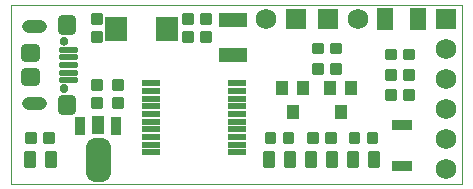
<source format=gts>
G75*
%MOIN*%
%OFA0B0*%
%FSLAX25Y25*%
%IPPOS*%
%LPD*%
%AMOC8*
5,1,8,0,0,1.08239X$1,22.5*
%
%ADD10C,0.00000*%
%ADD11R,0.06306X0.01975*%
%ADD12C,0.04400*%
%ADD13C,0.00950*%
%ADD14C,0.02950*%
%ADD15C,0.03153*%
%ADD16C,0.02900*%
%ADD17R,0.07093X0.03550*%
%ADD18C,0.00975*%
%ADD19R,0.09400X0.04900*%
%ADD20R,0.05400X0.07400*%
%ADD21R,0.06900X0.06900*%
%ADD22C,0.06900*%
%ADD23R,0.03550X0.05912*%
%ADD24C,0.06300*%
%ADD25R,0.03937X0.06299*%
%ADD26R,0.07400X0.08400*%
%ADD27R,0.04400X0.04900*%
D10*
X0008000Y0002250D02*
X0008000Y0062211D01*
X0158201Y0062211D01*
X0158201Y0002250D01*
X0008000Y0002250D01*
X0024191Y0034376D02*
X0024193Y0034446D01*
X0024199Y0034516D01*
X0024209Y0034585D01*
X0024222Y0034654D01*
X0024240Y0034722D01*
X0024261Y0034789D01*
X0024286Y0034854D01*
X0024315Y0034918D01*
X0024347Y0034981D01*
X0024383Y0035041D01*
X0024422Y0035099D01*
X0024464Y0035155D01*
X0024509Y0035209D01*
X0024557Y0035260D01*
X0024608Y0035308D01*
X0024662Y0035353D01*
X0024718Y0035395D01*
X0024776Y0035434D01*
X0024836Y0035470D01*
X0024899Y0035502D01*
X0024963Y0035531D01*
X0025028Y0035556D01*
X0025095Y0035577D01*
X0025163Y0035595D01*
X0025232Y0035608D01*
X0025301Y0035618D01*
X0025371Y0035624D01*
X0025441Y0035626D01*
X0025511Y0035624D01*
X0025581Y0035618D01*
X0025650Y0035608D01*
X0025719Y0035595D01*
X0025787Y0035577D01*
X0025854Y0035556D01*
X0025919Y0035531D01*
X0025983Y0035502D01*
X0026046Y0035470D01*
X0026106Y0035434D01*
X0026164Y0035395D01*
X0026220Y0035353D01*
X0026274Y0035308D01*
X0026325Y0035260D01*
X0026373Y0035209D01*
X0026418Y0035155D01*
X0026460Y0035099D01*
X0026499Y0035041D01*
X0026535Y0034981D01*
X0026567Y0034918D01*
X0026596Y0034854D01*
X0026621Y0034789D01*
X0026642Y0034722D01*
X0026660Y0034654D01*
X0026673Y0034585D01*
X0026683Y0034516D01*
X0026689Y0034446D01*
X0026691Y0034376D01*
X0026689Y0034306D01*
X0026683Y0034236D01*
X0026673Y0034167D01*
X0026660Y0034098D01*
X0026642Y0034030D01*
X0026621Y0033963D01*
X0026596Y0033898D01*
X0026567Y0033834D01*
X0026535Y0033771D01*
X0026499Y0033711D01*
X0026460Y0033653D01*
X0026418Y0033597D01*
X0026373Y0033543D01*
X0026325Y0033492D01*
X0026274Y0033444D01*
X0026220Y0033399D01*
X0026164Y0033357D01*
X0026106Y0033318D01*
X0026046Y0033282D01*
X0025983Y0033250D01*
X0025919Y0033221D01*
X0025854Y0033196D01*
X0025787Y0033175D01*
X0025719Y0033157D01*
X0025650Y0033144D01*
X0025581Y0033134D01*
X0025511Y0033128D01*
X0025441Y0033126D01*
X0025371Y0033128D01*
X0025301Y0033134D01*
X0025232Y0033144D01*
X0025163Y0033157D01*
X0025095Y0033175D01*
X0025028Y0033196D01*
X0024963Y0033221D01*
X0024899Y0033250D01*
X0024836Y0033282D01*
X0024776Y0033318D01*
X0024718Y0033357D01*
X0024662Y0033399D01*
X0024608Y0033444D01*
X0024557Y0033492D01*
X0024509Y0033543D01*
X0024464Y0033597D01*
X0024422Y0033653D01*
X0024383Y0033711D01*
X0024347Y0033771D01*
X0024315Y0033834D01*
X0024286Y0033898D01*
X0024261Y0033963D01*
X0024240Y0034030D01*
X0024222Y0034098D01*
X0024209Y0034167D01*
X0024199Y0034236D01*
X0024193Y0034306D01*
X0024191Y0034376D01*
X0024191Y0050124D02*
X0024193Y0050194D01*
X0024199Y0050264D01*
X0024209Y0050333D01*
X0024222Y0050402D01*
X0024240Y0050470D01*
X0024261Y0050537D01*
X0024286Y0050602D01*
X0024315Y0050666D01*
X0024347Y0050729D01*
X0024383Y0050789D01*
X0024422Y0050847D01*
X0024464Y0050903D01*
X0024509Y0050957D01*
X0024557Y0051008D01*
X0024608Y0051056D01*
X0024662Y0051101D01*
X0024718Y0051143D01*
X0024776Y0051182D01*
X0024836Y0051218D01*
X0024899Y0051250D01*
X0024963Y0051279D01*
X0025028Y0051304D01*
X0025095Y0051325D01*
X0025163Y0051343D01*
X0025232Y0051356D01*
X0025301Y0051366D01*
X0025371Y0051372D01*
X0025441Y0051374D01*
X0025511Y0051372D01*
X0025581Y0051366D01*
X0025650Y0051356D01*
X0025719Y0051343D01*
X0025787Y0051325D01*
X0025854Y0051304D01*
X0025919Y0051279D01*
X0025983Y0051250D01*
X0026046Y0051218D01*
X0026106Y0051182D01*
X0026164Y0051143D01*
X0026220Y0051101D01*
X0026274Y0051056D01*
X0026325Y0051008D01*
X0026373Y0050957D01*
X0026418Y0050903D01*
X0026460Y0050847D01*
X0026499Y0050789D01*
X0026535Y0050729D01*
X0026567Y0050666D01*
X0026596Y0050602D01*
X0026621Y0050537D01*
X0026642Y0050470D01*
X0026660Y0050402D01*
X0026673Y0050333D01*
X0026683Y0050264D01*
X0026689Y0050194D01*
X0026691Y0050124D01*
X0026689Y0050054D01*
X0026683Y0049984D01*
X0026673Y0049915D01*
X0026660Y0049846D01*
X0026642Y0049778D01*
X0026621Y0049711D01*
X0026596Y0049646D01*
X0026567Y0049582D01*
X0026535Y0049519D01*
X0026499Y0049459D01*
X0026460Y0049401D01*
X0026418Y0049345D01*
X0026373Y0049291D01*
X0026325Y0049240D01*
X0026274Y0049192D01*
X0026220Y0049147D01*
X0026164Y0049105D01*
X0026106Y0049066D01*
X0026046Y0049030D01*
X0025983Y0048998D01*
X0025919Y0048969D01*
X0025854Y0048944D01*
X0025787Y0048923D01*
X0025719Y0048905D01*
X0025650Y0048892D01*
X0025581Y0048882D01*
X0025511Y0048876D01*
X0025441Y0048874D01*
X0025371Y0048876D01*
X0025301Y0048882D01*
X0025232Y0048892D01*
X0025163Y0048905D01*
X0025095Y0048923D01*
X0025028Y0048944D01*
X0024963Y0048969D01*
X0024899Y0048998D01*
X0024836Y0049030D01*
X0024776Y0049066D01*
X0024718Y0049105D01*
X0024662Y0049147D01*
X0024608Y0049192D01*
X0024557Y0049240D01*
X0024509Y0049291D01*
X0024464Y0049345D01*
X0024422Y0049401D01*
X0024383Y0049459D01*
X0024347Y0049519D01*
X0024315Y0049582D01*
X0024286Y0049646D01*
X0024261Y0049711D01*
X0024240Y0049778D01*
X0024222Y0049846D01*
X0024209Y0049915D01*
X0024199Y0049984D01*
X0024193Y0050054D01*
X0024191Y0050124D01*
D11*
X0054728Y0036016D03*
X0054728Y0033457D03*
X0054728Y0030898D03*
X0054728Y0028339D03*
X0054728Y0025780D03*
X0054728Y0023220D03*
X0054728Y0020661D03*
X0054728Y0018102D03*
X0054728Y0015543D03*
X0054728Y0012984D03*
X0083272Y0012984D03*
X0083272Y0015543D03*
X0083272Y0018102D03*
X0083272Y0020661D03*
X0083272Y0023220D03*
X0083272Y0025780D03*
X0083272Y0028339D03*
X0083272Y0030898D03*
X0083272Y0033457D03*
X0083272Y0036016D03*
D12*
X0017500Y0029550D02*
X0013500Y0029550D01*
X0013500Y0054950D02*
X0017500Y0054950D01*
D13*
X0029741Y0047843D02*
X0029741Y0046893D01*
X0024291Y0046893D01*
X0024291Y0047843D01*
X0029741Y0047843D01*
X0029741Y0047842D02*
X0024291Y0047842D01*
X0029741Y0045284D02*
X0029741Y0044334D01*
X0024291Y0044334D01*
X0024291Y0045284D01*
X0029741Y0045284D01*
X0029741Y0045283D02*
X0024291Y0045283D01*
X0029741Y0042725D02*
X0029741Y0041775D01*
X0024291Y0041775D01*
X0024291Y0042725D01*
X0029741Y0042725D01*
X0029741Y0042724D02*
X0024291Y0042724D01*
X0029741Y0040166D02*
X0029741Y0039216D01*
X0024291Y0039216D01*
X0024291Y0040166D01*
X0029741Y0040166D01*
X0029741Y0040165D02*
X0024291Y0040165D01*
X0029741Y0037607D02*
X0029741Y0036657D01*
X0024291Y0036657D01*
X0024291Y0037607D01*
X0029741Y0037607D01*
X0029741Y0037606D02*
X0024291Y0037606D01*
D14*
X0024844Y0026990D02*
X0027794Y0026990D01*
X0024844Y0026990D02*
X0024844Y0030738D01*
X0027794Y0030738D01*
X0027794Y0026990D01*
X0027794Y0029939D02*
X0024844Y0029939D01*
X0024844Y0053762D02*
X0027794Y0053762D01*
X0024844Y0053762D02*
X0024844Y0057510D01*
X0027794Y0057510D01*
X0027794Y0053762D01*
X0027794Y0056711D02*
X0024844Y0056711D01*
D15*
X0012643Y0047764D02*
X0012643Y0044610D01*
X0012643Y0047764D02*
X0015797Y0047764D01*
X0015797Y0044610D01*
X0012643Y0044610D01*
X0012643Y0047762D02*
X0015797Y0047762D01*
X0012643Y0039890D02*
X0012643Y0036736D01*
X0012643Y0039890D02*
X0015797Y0039890D01*
X0015797Y0036736D01*
X0012643Y0036736D01*
X0012643Y0039888D02*
X0015797Y0039888D01*
D16*
X0025441Y0034376D03*
X0025441Y0050124D03*
D17*
X0138250Y0021943D03*
X0138250Y0008557D03*
D18*
X0130213Y0008537D02*
X0127287Y0008537D01*
X0127287Y0012963D01*
X0130213Y0012963D01*
X0130213Y0008537D01*
X0130213Y0009511D02*
X0127287Y0009511D01*
X0127287Y0010485D02*
X0130213Y0010485D01*
X0130213Y0011459D02*
X0127287Y0011459D01*
X0127287Y0012433D02*
X0130213Y0012433D01*
X0123213Y0008537D02*
X0120287Y0008537D01*
X0120287Y0012963D01*
X0123213Y0012963D01*
X0123213Y0008537D01*
X0123213Y0009511D02*
X0120287Y0009511D01*
X0120287Y0010485D02*
X0123213Y0010485D01*
X0123213Y0011459D02*
X0120287Y0011459D01*
X0120287Y0012433D02*
X0123213Y0012433D01*
X0116213Y0008537D02*
X0113287Y0008537D01*
X0113287Y0012963D01*
X0116213Y0012963D01*
X0116213Y0008537D01*
X0116213Y0009511D02*
X0113287Y0009511D01*
X0113287Y0010485D02*
X0116213Y0010485D01*
X0116213Y0011459D02*
X0113287Y0011459D01*
X0113287Y0012433D02*
X0116213Y0012433D01*
X0109213Y0008537D02*
X0106287Y0008537D01*
X0106287Y0012963D01*
X0109213Y0012963D01*
X0109213Y0008537D01*
X0109213Y0009511D02*
X0106287Y0009511D01*
X0106287Y0010485D02*
X0109213Y0010485D01*
X0109213Y0011459D02*
X0106287Y0011459D01*
X0106287Y0012433D02*
X0109213Y0012433D01*
X0102213Y0008537D02*
X0099287Y0008537D01*
X0099287Y0012963D01*
X0102213Y0012963D01*
X0102213Y0008537D01*
X0102213Y0009511D02*
X0099287Y0009511D01*
X0099287Y0010485D02*
X0102213Y0010485D01*
X0102213Y0011459D02*
X0099287Y0011459D01*
X0099287Y0012433D02*
X0102213Y0012433D01*
X0095213Y0008537D02*
X0092287Y0008537D01*
X0092287Y0012963D01*
X0095213Y0012963D01*
X0095213Y0008537D01*
X0095213Y0009511D02*
X0092287Y0009511D01*
X0092287Y0010485D02*
X0095213Y0010485D01*
X0095213Y0011459D02*
X0092287Y0011459D01*
X0092287Y0012433D02*
X0095213Y0012433D01*
X0095713Y0019463D02*
X0092787Y0019463D01*
X0095713Y0019463D02*
X0095713Y0016537D01*
X0092787Y0016537D01*
X0092787Y0019463D01*
X0092787Y0017511D02*
X0095713Y0017511D01*
X0095713Y0018485D02*
X0092787Y0018485D01*
X0092787Y0019459D02*
X0095713Y0019459D01*
X0098787Y0019463D02*
X0101713Y0019463D01*
X0101713Y0016537D01*
X0098787Y0016537D01*
X0098787Y0019463D01*
X0098787Y0017511D02*
X0101713Y0017511D01*
X0101713Y0018485D02*
X0098787Y0018485D01*
X0098787Y0019459D02*
X0101713Y0019459D01*
X0107037Y0019463D02*
X0109963Y0019463D01*
X0109963Y0016537D01*
X0107037Y0016537D01*
X0107037Y0019463D01*
X0107037Y0017511D02*
X0109963Y0017511D01*
X0109963Y0018485D02*
X0107037Y0018485D01*
X0107037Y0019459D02*
X0109963Y0019459D01*
X0113037Y0019463D02*
X0115963Y0019463D01*
X0115963Y0016537D01*
X0113037Y0016537D01*
X0113037Y0019463D01*
X0113037Y0017511D02*
X0115963Y0017511D01*
X0115963Y0018485D02*
X0113037Y0018485D01*
X0113037Y0019459D02*
X0115963Y0019459D01*
X0120787Y0016537D02*
X0123713Y0016537D01*
X0120787Y0016537D02*
X0120787Y0019463D01*
X0123713Y0019463D01*
X0123713Y0016537D01*
X0123713Y0017511D02*
X0120787Y0017511D01*
X0120787Y0018485D02*
X0123713Y0018485D01*
X0123713Y0019459D02*
X0120787Y0019459D01*
X0126787Y0016537D02*
X0129713Y0016537D01*
X0126787Y0016537D02*
X0126787Y0019463D01*
X0129713Y0019463D01*
X0129713Y0016537D01*
X0129713Y0017511D02*
X0126787Y0017511D01*
X0126787Y0018485D02*
X0129713Y0018485D01*
X0129713Y0019459D02*
X0126787Y0019459D01*
X0133037Y0030787D02*
X0135963Y0030787D01*
X0133037Y0030787D02*
X0133037Y0033713D01*
X0135963Y0033713D01*
X0135963Y0030787D01*
X0135963Y0031761D02*
X0133037Y0031761D01*
X0133037Y0032735D02*
X0135963Y0032735D01*
X0135963Y0033709D02*
X0133037Y0033709D01*
X0139037Y0030787D02*
X0141963Y0030787D01*
X0139037Y0030787D02*
X0139037Y0033713D01*
X0141963Y0033713D01*
X0141963Y0030787D01*
X0141963Y0031761D02*
X0139037Y0031761D01*
X0139037Y0032735D02*
X0141963Y0032735D01*
X0141963Y0033709D02*
X0139037Y0033709D01*
X0139037Y0037537D02*
X0141963Y0037537D01*
X0139037Y0037537D02*
X0139037Y0040463D01*
X0141963Y0040463D01*
X0141963Y0037537D01*
X0141963Y0038511D02*
X0139037Y0038511D01*
X0139037Y0039485D02*
X0141963Y0039485D01*
X0141963Y0040459D02*
X0139037Y0040459D01*
X0135963Y0037537D02*
X0133037Y0037537D01*
X0133037Y0040463D01*
X0135963Y0040463D01*
X0135963Y0037537D01*
X0135963Y0038511D02*
X0133037Y0038511D01*
X0133037Y0039485D02*
X0135963Y0039485D01*
X0135963Y0040459D02*
X0133037Y0040459D01*
X0133037Y0044287D02*
X0135963Y0044287D01*
X0133037Y0044287D02*
X0133037Y0047213D01*
X0135963Y0047213D01*
X0135963Y0044287D01*
X0135963Y0045261D02*
X0133037Y0045261D01*
X0133037Y0046235D02*
X0135963Y0046235D01*
X0135963Y0047209D02*
X0133037Y0047209D01*
X0139037Y0044287D02*
X0141963Y0044287D01*
X0139037Y0044287D02*
X0139037Y0047213D01*
X0141963Y0047213D01*
X0141963Y0044287D01*
X0141963Y0045261D02*
X0139037Y0045261D01*
X0139037Y0046235D02*
X0141963Y0046235D01*
X0141963Y0047209D02*
X0139037Y0047209D01*
X0117463Y0049213D02*
X0114537Y0049213D01*
X0117463Y0049213D02*
X0117463Y0046287D01*
X0114537Y0046287D01*
X0114537Y0049213D01*
X0114537Y0047261D02*
X0117463Y0047261D01*
X0117463Y0048235D02*
X0114537Y0048235D01*
X0114537Y0049209D02*
X0117463Y0049209D01*
X0111463Y0049213D02*
X0108537Y0049213D01*
X0111463Y0049213D02*
X0111463Y0046287D01*
X0108537Y0046287D01*
X0108537Y0049213D01*
X0108537Y0047261D02*
X0111463Y0047261D01*
X0111463Y0048235D02*
X0108537Y0048235D01*
X0108537Y0049209D02*
X0111463Y0049209D01*
X0111463Y0039537D02*
X0108537Y0039537D01*
X0108537Y0042463D01*
X0111463Y0042463D01*
X0111463Y0039537D01*
X0111463Y0040511D02*
X0108537Y0040511D01*
X0108537Y0041485D02*
X0111463Y0041485D01*
X0111463Y0042459D02*
X0108537Y0042459D01*
X0114537Y0039537D02*
X0117463Y0039537D01*
X0114537Y0039537D02*
X0114537Y0042463D01*
X0117463Y0042463D01*
X0117463Y0039537D01*
X0117463Y0040511D02*
X0114537Y0040511D01*
X0114537Y0041485D02*
X0117463Y0041485D01*
X0117463Y0042459D02*
X0114537Y0042459D01*
X0071287Y0050037D02*
X0071287Y0052963D01*
X0074213Y0052963D01*
X0074213Y0050037D01*
X0071287Y0050037D01*
X0071287Y0051011D02*
X0074213Y0051011D01*
X0074213Y0051985D02*
X0071287Y0051985D01*
X0071287Y0052959D02*
X0074213Y0052959D01*
X0065287Y0052963D02*
X0065287Y0050037D01*
X0065287Y0052963D02*
X0068213Y0052963D01*
X0068213Y0050037D01*
X0065287Y0050037D01*
X0065287Y0051011D02*
X0068213Y0051011D01*
X0068213Y0051985D02*
X0065287Y0051985D01*
X0065287Y0052959D02*
X0068213Y0052959D01*
X0065287Y0056037D02*
X0065287Y0058963D01*
X0068213Y0058963D01*
X0068213Y0056037D01*
X0065287Y0056037D01*
X0065287Y0057011D02*
X0068213Y0057011D01*
X0068213Y0057985D02*
X0065287Y0057985D01*
X0065287Y0058959D02*
X0068213Y0058959D01*
X0071287Y0058963D02*
X0071287Y0056037D01*
X0071287Y0058963D02*
X0074213Y0058963D01*
X0074213Y0056037D01*
X0071287Y0056037D01*
X0071287Y0057011D02*
X0074213Y0057011D01*
X0074213Y0057985D02*
X0071287Y0057985D01*
X0071287Y0058959D02*
X0074213Y0058959D01*
X0035037Y0058963D02*
X0035037Y0056037D01*
X0035037Y0058963D02*
X0037963Y0058963D01*
X0037963Y0056037D01*
X0035037Y0056037D01*
X0035037Y0057011D02*
X0037963Y0057011D01*
X0037963Y0057985D02*
X0035037Y0057985D01*
X0035037Y0058959D02*
X0037963Y0058959D01*
X0035037Y0052963D02*
X0035037Y0050037D01*
X0035037Y0052963D02*
X0037963Y0052963D01*
X0037963Y0050037D01*
X0035037Y0050037D01*
X0035037Y0051011D02*
X0037963Y0051011D01*
X0037963Y0051985D02*
X0035037Y0051985D01*
X0035037Y0052959D02*
X0037963Y0052959D01*
X0035037Y0036963D02*
X0035037Y0034037D01*
X0035037Y0036963D02*
X0037963Y0036963D01*
X0037963Y0034037D01*
X0035037Y0034037D01*
X0035037Y0035011D02*
X0037963Y0035011D01*
X0037963Y0035985D02*
X0035037Y0035985D01*
X0035037Y0036959D02*
X0037963Y0036959D01*
X0044963Y0036963D02*
X0044963Y0034037D01*
X0042037Y0034037D01*
X0042037Y0036963D01*
X0044963Y0036963D01*
X0044963Y0035011D02*
X0042037Y0035011D01*
X0042037Y0035985D02*
X0044963Y0035985D01*
X0044963Y0036959D02*
X0042037Y0036959D01*
X0044963Y0030963D02*
X0044963Y0028037D01*
X0042037Y0028037D01*
X0042037Y0030963D01*
X0044963Y0030963D01*
X0044963Y0029011D02*
X0042037Y0029011D01*
X0042037Y0029985D02*
X0044963Y0029985D01*
X0044963Y0030959D02*
X0042037Y0030959D01*
X0035037Y0030963D02*
X0035037Y0028037D01*
X0035037Y0030963D02*
X0037963Y0030963D01*
X0037963Y0028037D01*
X0035037Y0028037D01*
X0035037Y0029011D02*
X0037963Y0029011D01*
X0037963Y0029985D02*
X0035037Y0029985D01*
X0035037Y0030959D02*
X0037963Y0030959D01*
X0021963Y0019463D02*
X0019037Y0019463D01*
X0021963Y0019463D02*
X0021963Y0016537D01*
X0019037Y0016537D01*
X0019037Y0019463D01*
X0019037Y0017511D02*
X0021963Y0017511D01*
X0021963Y0018485D02*
X0019037Y0018485D01*
X0019037Y0019459D02*
X0021963Y0019459D01*
X0015963Y0019463D02*
X0013037Y0019463D01*
X0015963Y0019463D02*
X0015963Y0016537D01*
X0013037Y0016537D01*
X0013037Y0019463D01*
X0013037Y0017511D02*
X0015963Y0017511D01*
X0015963Y0018485D02*
X0013037Y0018485D01*
X0013037Y0019459D02*
X0015963Y0019459D01*
X0015463Y0012963D02*
X0012537Y0012963D01*
X0015463Y0012963D02*
X0015463Y0008537D01*
X0012537Y0008537D01*
X0012537Y0012963D01*
X0012537Y0009511D02*
X0015463Y0009511D01*
X0015463Y0010485D02*
X0012537Y0010485D01*
X0012537Y0011459D02*
X0015463Y0011459D01*
X0015463Y0012433D02*
X0012537Y0012433D01*
X0019537Y0012963D02*
X0022463Y0012963D01*
X0022463Y0008537D01*
X0019537Y0008537D01*
X0019537Y0012963D01*
X0019537Y0009511D02*
X0022463Y0009511D01*
X0022463Y0010485D02*
X0019537Y0010485D01*
X0019537Y0011459D02*
X0022463Y0011459D01*
X0022463Y0012433D02*
X0019537Y0012433D01*
D19*
X0082000Y0045500D03*
X0082000Y0057000D03*
D20*
X0132500Y0057250D03*
X0143500Y0057250D03*
D21*
X0153000Y0057250D03*
X0113500Y0057250D03*
X0103000Y0057250D03*
D22*
X0093000Y0057250D03*
X0123500Y0057250D03*
X0153000Y0047250D03*
X0153000Y0037250D03*
X0153000Y0027250D03*
X0153000Y0017250D03*
X0153000Y0007250D03*
D23*
X0043000Y0021750D03*
X0031000Y0021750D03*
D24*
X0035950Y0014784D02*
X0038050Y0014784D01*
X0038050Y0006314D01*
X0035950Y0006314D01*
X0035950Y0014784D01*
X0035950Y0012613D02*
X0038050Y0012613D01*
D25*
X0037000Y0022045D03*
D26*
X0043000Y0054000D03*
X0060000Y0054000D03*
D27*
X0098250Y0034250D03*
X0105250Y0034250D03*
X0114250Y0034250D03*
X0121250Y0034250D03*
X0117750Y0026250D03*
X0101750Y0026250D03*
M02*

</source>
